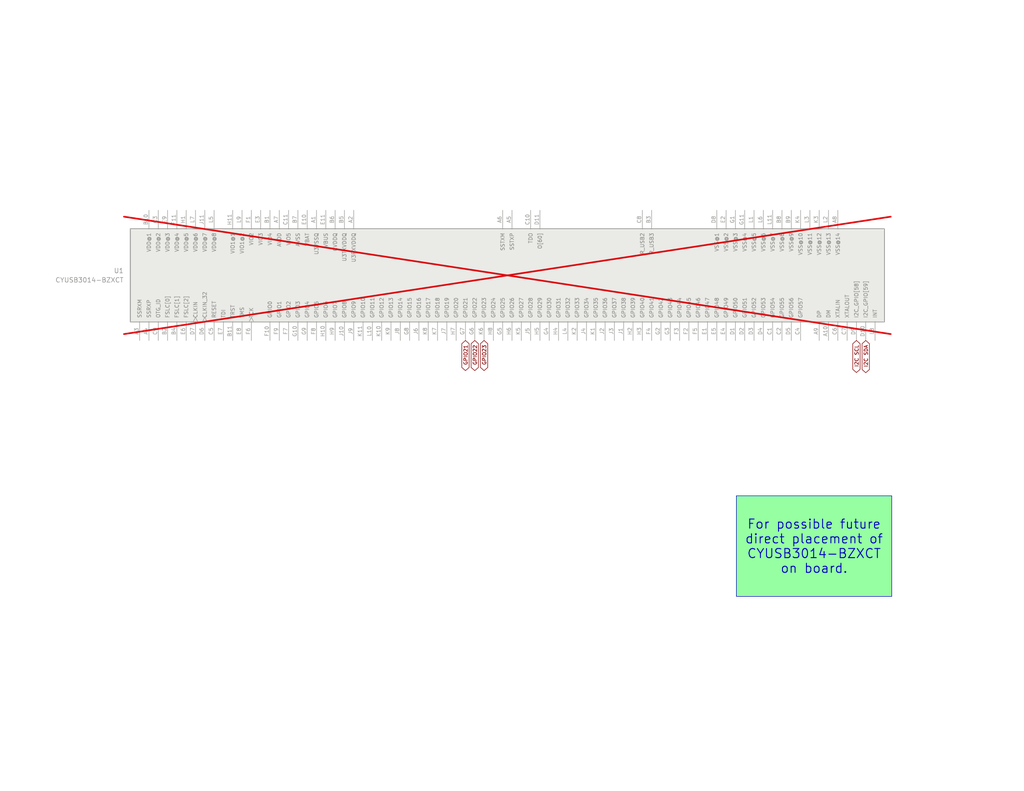
<source format=kicad_sch>
(kicad_sch (version 20231120) (generator "eeschema") (generator_version "8.0")
  (paper "A")
  (title_block (title "PSWS-HF103-proto") (date "2025-06-23") (rev "0.1.0") (company "Dave Witten, KD0EAG") (comment 2 "[ A Minimalist Rework of HF-103 designed by Oskar Stella, ik1xpv ]") (comment 3 "Infineon/Cypress  FX3 DevKit and LTC2208 Demo modules") (comment 4 "A development straw-man based on the") (comment 5 " "))
  (lib_symbols
    (symbol "CYUSB3014-BZXCT:CYUSB3014-BZXCT" (pin_names (offset 1.016))
      (property "Reference" "U" (at -12.7228 96.693 0))
      (property "Value" "CYUSB3014-BZXCT" (at -12.7226 -111.959 0))
      (symbol "CYUSB3014-BZXCT_0_0"
        (rectangle (start -12.7 -109.22) (end 12.7 96.52) (stroke (width 0.254)) (fill (type background)))
        (pin power_in line (at 17.78 45.72 180) (length 5.08) (name "U3VSSQ") (number "A1"))
        (pin bidirectional line (at -17.78 -93.98 0) (length 5.08) (name "DM") (number "A10"))
        (pin power_in line (at 17.78 35.56 180) (length 5.08) (name "U3RXVDDQ") (number "A2"))
        (pin input line (at -17.78 93.98 0) (length 5.08) (name "SSRXM") (number "A3"))
        (pin input line (at -17.78 91.44 0) (length 5.08) (name "SSRXP") (number "A4"))
        (pin output line (at 17.78 -7.62 180) (length 5.08) (name "SSTXP") (number "A5"))
        (pin output line (at 17.78 -5.08 180) (length 5.08) (name "SSTXM") (number "A6"))
        (pin power_in line (at 17.78 55.88 180) (length 5.08) (name "AVDD") (number "A7"))
        (pin power_in line (at 17.78 -96.52 180) (length 5.08) (name "VSS@14") (number "A8"))
        (pin bidirectional line (at -17.78 -91.44 0) (length 5.08) (name "DP") (number "A9"))
        (pin power_in line (at 17.78 58.42 180) (length 5.08) (name "VIO4") (number "B1"))
        (pin power_in line (at 17.78 91.44 180) (length 5.08) (name "VDD@1") (number "B10"))
        (pin input line (at -17.78 68.58 0) (length 5.08) (name "TRST") (number "B11"))
        (pin input line (at -17.78 86.36 0) (length 5.08) (name "FSLC[0]") (number "B2"))
        (pin passive line (at 17.78 -45.72 180) (length 5.08) (name "R_USB3") (number "B3"))
        (pin input line (at -17.78 83.82 0) (length 5.08) (name "FSLC[1]") (number "B4"))
        (pin power_in line (at 17.78 38.1 180) (length 5.08) (name "U3TXVDDQ") (number "B5"))
        (pin power_in line (at 17.78 40.64 180) (length 5.08) (name "CVDDQ") (number "B6"))
        (pin power_in line (at 17.78 50.8 180) (length 5.08) (name "AVSS") (number "B7"))
        (pin power_in line (at 17.78 -81.28 180) (length 5.08) (name "VSS@8") (number "B8"))
        (pin power_in line (at 17.78 -83.82 180) (length 5.08) (name "VSS@9") (number "B9"))
        (pin bidirectional line (at -17.78 -78.74 0) (length 5.08) (name "GPIO54") (number "C1"))
        (pin output line (at 17.78 -12.7 180) (length 5.08) (name "TDO") (number "C10"))
        (pin power_in line (at 17.78 53.34 180) (length 5.08) (name "VIO5") (number "C11"))
        (pin bidirectional line (at -17.78 -81.28 0) (length 5.08) (name "GPIO55") (number "C2"))
        (pin power_in line (at 17.78 88.9 180) (length 5.08) (name "VDD@2") (number "C3"))
        (pin bidirectional line (at -17.78 -86.36 0) (length 5.08) (name "GPIO57") (number "C4"))
        (pin input line (at -17.78 73.66 0) (length 5.08) (name "RESET") (number "C5"))
        (pin bidirectional line (at -17.78 -96.52 0) (length 5.08) (name "XTALIN") (number "C6"))
        (pin bidirectional line (at -17.78 -99.06 0) (length 5.08) (name "XTALOUT") (number "C7"))
        (pin passive line (at 17.78 -43.18 180) (length 5.08) (name "R_USB2") (number "C8"))
        (pin input line (at -17.78 88.9 0) (length 5.08) (name "OTG_ID") (number "C9"))
        (pin bidirectional line (at -17.78 -68.58 0) (length 5.08) (name "GPIO50") (number "D1"))
        (pin bidirectional line (at -17.78 -104.14 0) (length 5.08) (name "I2C_GPIO[59]") (number "D10"))
        (pin output line (at 17.78 -15.24 180) (length 5.08) (name "O[60]") (number "D11"))
        (pin bidirectional line (at -17.78 -71.12 0) (length 5.08) (name "GPIO51") (number "D2"))
        (pin bidirectional line (at -17.78 -73.66 0) (length 5.08) (name "GPIO52") (number "D3"))
        (pin bidirectional line (at -17.78 -76.2 0) (length 5.08) (name "GPIO53") (number "D4"))
        (pin bidirectional line (at -17.78 -83.82 0) (length 5.08) (name "GPIO56") (number "D5"))
        (pin input clock (at -17.78 76.2 0) (length 5.08) (name "CLKIN_32") (number "D6"))
        (pin input clock (at -17.78 78.74 0) (length 5.08) (name "CLKIN") (number "D7"))
        (pin power_in line (at 17.78 -63.5 180) (length 5.08) (name "VSS@1") (number "D8"))
        (pin bidirectional line (at -17.78 -101.6 0) (length 5.08) (name "I2C_GPIO[58]") (number "D9"))
        (pin bidirectional line (at -17.78 -60.96 0) (length 5.08) (name "GPIO47") (number "E1"))
        (pin power_in line (at 17.78 48.26 180) (length 5.08) (name "VBAT") (number "E10"))
        (pin power_in line (at 17.78 43.18 180) (length 5.08) (name "VBUS") (number "E11"))
        (pin power_in line (at 17.78 -66.04 180) (length 5.08) (name "VSS@2") (number "E2"))
        (pin power_in line (at 17.78 60.96 180) (length 5.08) (name "VIO3") (number "E3"))
        (pin bidirectional line (at -17.78 -66.04 0) (length 5.08) (name "GPIO49") (number "E4"))
        (pin bidirectional line (at -17.78 -63.5 0) (length 5.08) (name "GPIO48") (number "E5"))
        (pin input line (at -17.78 81.28 0) (length 5.08) (name "FSLC[2]") (number "E6"))
        (pin input line (at -17.78 71.12 0) (length 5.08) (name "TDI") (number "E7"))
        (pin input line (at -17.78 66.04 0) (length 5.08) (name "TMS") (number "E8"))
        (pin power_in line (at 17.78 86.36 180) (length 5.08) (name "VDD@3") (number "E9"))
        (pin power_in line (at 17.78 63.5 180) (length 5.08) (name "VIO2") (number "F1"))
        (pin bidirectional line (at -17.78 58.42 0) (length 5.08) (name "GPIO0") (number "F10"))
        (pin power_in line (at 17.78 83.82 180) (length 5.08) (name "VDD@4") (number "F11"))
        (pin bidirectional line (at -17.78 -55.88 0) (length 5.08) (name "GPIO45") (number "F2"))
        (pin bidirectional line (at -17.78 -53.34 0) (length 5.08) (name "GPIO44") (number "F3"))
        (pin bidirectional line (at -17.78 -45.72 0) (length 5.08) (name "GPIO41") (number "F4"))
        (pin bidirectional line (at -17.78 -58.42 0) (length 5.08) (name "GPIO46") (number "F5"))
        (pin input clock (at -17.78 63.5 0) (length 5.08) (name "TCK") (number "F6"))
        (pin bidirectional line (at -17.78 53.34 0) (length 5.08) (name "GPIO2") (number "F7"))
        (pin bidirectional line (at -17.78 45.72 0) (length 5.08) (name "GPIO5") (number "F8"))
        (pin bidirectional line (at -17.78 55.88 0) (length 5.08) (name "GPIO1") (number "F9"))
        (pin power_in line (at 17.78 -68.58 180) (length 5.08) (name "VSS@3") (number "G1"))
        (pin bidirectional line (at -17.78 50.8 0) (length 5.08) (name "GPIO3") (number "G10"))
        (pin power_in line (at 17.78 -71.12 180) (length 5.08) (name "VSS@4") (number "G11"))
        (pin bidirectional line (at -17.78 -48.26 0) (length 5.08) (name "GPIO42") (number "G2"))
        (pin bidirectional line (at -17.78 -50.8 0) (length 5.08) (name "GPIO43") (number "G3"))
        (pin bidirectional line (at -17.78 -17.78 0) (length 5.08) (name "GPIO30") (number "G4"))
        (pin bidirectional line (at -17.78 -5.08 0) (length 5.08) (name "GPIO25") (number "G5"))
        (pin bidirectional line (at -17.78 2.54 0) (length 5.08) (name "GPIO22") (number "G6"))
        (pin bidirectional line (at -17.78 5.08 0) (length 5.08) (name "GPIO21") (number "G7"))
        (pin bidirectional line (at -17.78 20.32 0) (length 5.08) (name "GPIO15") (number "G8"))
        (pin bidirectional line (at -17.78 48.26 0) (length 5.08) (name "GPIO4") (number "G9"))
        (pin power_in line (at 17.78 81.28 180) (length 5.08) (name "VDD@5") (number "H1"))
        (pin bidirectional line (at -17.78 43.18 0) (length 5.08) (name "GPIO6") (number "H10"))
        (pin power_in line (at 17.78 68.58 180) (length 5.08) (name "VIO1@1") (number "H11"))
        (pin bidirectional line (at -17.78 -40.64 0) (length 5.08) (name "GPIO39") (number "H2"))
        (pin bidirectional line (at -17.78 -43.18 0) (length 5.08) (name "GPIO40") (number "H3"))
        (pin bidirectional line (at -17.78 -20.32 0) (length 5.08) (name "GPIO31") (number "H4"))
        (pin bidirectional line (at -17.78 -15.24 0) (length 5.08) (name "GPIO29") (number "H5"))
        (pin bidirectional line (at -17.78 -7.62 0) (length 5.08) (name "GPIO26") (number "H6"))
        (pin bidirectional line (at -17.78 7.62 0) (length 5.08) (name "GPIO20") (number "H7"))
        (pin bidirectional line (at -17.78 -2.54 0) (length 5.08) (name "GPIO24") (number "H8"))
        (pin bidirectional line (at -17.78 40.64 0) (length 5.08) (name "GPIO7") (number "H9"))
        (pin bidirectional line (at -17.78 -38.1 0) (length 5.08) (name "GPIO38") (number "J1"))
        (pin bidirectional line (at -17.78 38.1 0) (length 5.08) (name "GPIO8") (number "J10"))
        (pin power_in line (at 17.78 76.2 180) (length 5.08) (name "VDD@7") (number "J11"))
        (pin bidirectional line (at -17.78 -33.02 0) (length 5.08) (name "GPIO36") (number "J2"))
        (pin bidirectional line (at -17.78 -35.56 0) (length 5.08) (name "GPIO37") (number "J3"))
        (pin bidirectional line (at -17.78 -27.94 0) (length 5.08) (name "GPIO34") (number "J4"))
        (pin bidirectional line (at -17.78 -12.7 0) (length 5.08) (name "GPIO28") (number "J5"))
        (pin bidirectional line (at -17.78 17.78 0) (length 5.08) (name "GPIO16") (number "J6"))
        (pin bidirectional line (at -17.78 10.16 0) (length 5.08) (name "GPIO19") (number "J7"))
        (pin bidirectional line (at -17.78 22.86 0) (length 5.08) (name "GPIO14") (number "J8"))
        (pin bidirectional line (at -17.78 35.56 0) (length 5.08) (name "GPIO9") (number "J9"))
        (pin bidirectional line (at -17.78 -30.48 0) (length 5.08) (name "GPIO35") (number "K1"))
        (pin bidirectional line (at -17.78 27.94 0) (length 5.08) (name "GPIO12") (number "K10"))
        (pin bidirectional line (at -17.78 33.02 0) (length 5.08) (name "GPIO10") (number "K11"))
        (pin bidirectional line (at -17.78 -25.4 0) (length 5.08) (name "GPIO33") (number "K2"))
        (pin power_in line (at 17.78 -91.44 180) (length 5.08) (name "VSS@12") (number "K3"))
        (pin power_in line (at 17.78 -86.36 180) (length 5.08) (name "VSS@10") (number "K4"))
        (pin bidirectional line (at -17.78 -10.16 0) (length 5.08) (name "GPIO27") (number "K5"))
        (pin bidirectional line (at -17.78 0 0) (length 5.08) (name "GPIO23") (number "K6"))
        (pin bidirectional line (at -17.78 12.7 0) (length 5.08) (name "GPIO18") (number "K7"))
        (pin bidirectional line (at -17.78 15.24 0) (length 5.08) (name "GPIO17") (number "K8"))
        (pin bidirectional line (at -17.78 25.4 0) (length 5.08) (name "GPIO13") (number "K9"))
        (pin power_in line (at 17.78 -73.66 180) (length 5.08) (name "VSS@5") (number "L1"))
        (pin bidirectional line (at -17.78 30.48 0) (length 5.08) (name "GPIO11") (number "L10"))
        (pin power_in line (at 17.78 -78.74 180) (length 5.08) (name "VSS@7") (number "L11"))
        (pin power_in line (at 17.78 -93.98 180) (length 5.08) (name "VSS@13") (number "L2"))
        (pin power_in line (at 17.78 -88.9 180) (length 5.08) (name "VSS@11") (number "L3"))
        (pin bidirectional line (at -17.78 -22.86 0) (length 5.08) (name "GPIO32") (number "L4"))
        (pin power_in line (at 17.78 73.66 180) (length 5.08) (name "VDD@8") (number "L5"))
        (pin power_in line (at 17.78 -76.2 180) (length 5.08) (name "VSS@6") (number "L6"))
        (pin power_in line (at 17.78 78.74 180) (length 5.08) (name "VDD@6") (number "L7"))
        (pin bidirectional line (at -17.78 -106.68 0) (length 5.08) (name "INT") (number "L8"))
        (pin power_in line (at 17.78 66.04 180) (length 5.08) (name "VIO1@2") (number "L9"))
      )
    )
  )
  (no_connect (at 321.056 58.166))
  (bus_entry (at 302.26 48.26) (size 2.54 2.54))
  (text_box "For possible future direct placement of CYUSB3014-BZXCT on board. " (at 200.914 135.382 0) (size 42.418 27.432) (fill (type color) (color 150 255 161 1)) (effects (font (size 2.5 2.5) (thickness 0.254) (bold yes))))
  (global_label "I2C SDA" (shape bidirectional) (at 236.22 92.964 270) (effects (font (size 1 1))) (property "Intersheetrefs" "${INTERSHEET_REFS}" (at 236.22 102.1893 90) (effects (justify right))))
  (global_label "GPIO22" (shape bidirectional) (at 129.54 92.964 270) (effects (font (size 1 1))) (property "Intersheetrefs" "${INTERSHEET_REFS}" (at 129.54 101.6179 90) (effects (justify right))))
  (global_label "GPIO23" (shape bidirectional) (at 132.08 92.964 270) (effects (font (size 1 1))) (property "Intersheetrefs" "${INTERSHEET_REFS}" (at 132.08 101.6179 90) (effects (justify right))))
  (global_label "I2C SCL" (shape bidirectional) (at 233.68 92.964 270) (effects (font (size 1 1))) (property "Intersheetrefs" "${INTERSHEET_REFS}" (at 233.68 102.1417 90) (effects (justify right))))
  (global_label "GPIO21" (shape bidirectional) (at 127 92.964 270) (effects (font (size 1 1))) (property "Intersheetrefs" "${INTERSHEET_REFS}" (at 127 101.6179 90) (effects (justify right))))
  (symbol (lib_id "CYUSB3014-BZXCT:CYUSB3014-BZXCT") (at 132.08 75.184 90) (unit 1) (dnp yes)
    (property "Reference" "U1" (at 33.782 73.9139 90) (effects (justify left)))
    (property "Value" "CYUSB3014-BZXCT" (at 33.782 76.4539 90) (effects (justify left)))
    (property "Footprint" "CYUSB3014-BZXCT:BGA121C80P11X11_1000X1000X110" (effects (hide yes)))
    (property "DigiKey_Part_Number" "448-CYUSB3014-BZXCTTR-ND" (effects (hide yes)))
    (property "SnapEDA_Link" "https://www.snapeda.com/parts/CYUSB3014-BZXCT/Infineon/view-part/?ref=snap" (effects (hide yes)))
    (property "Description_1" "\n                        \n                            Low Speed/Full Speed/High Speed USB Controller USB 3.0 T/R 121-Pin FBGA\n                        \n" (effects (hide yes)))
    (property "MF" "Cypress Semiconductor" (effects (hide yes)))
    (property "Package" "FBGA-121 Cypress Semiconductor" (effects (hide yes)))
    (property "Check_prices" "https://www.snapeda.com/parts/CYUSB3014-BZXCT/Infineon/view-part/?ref=eda" (effects (hide yes)))
    (property "MP" "CYUSB3014-BZXCT" (effects (hide yes)))
  )
)
</source>
